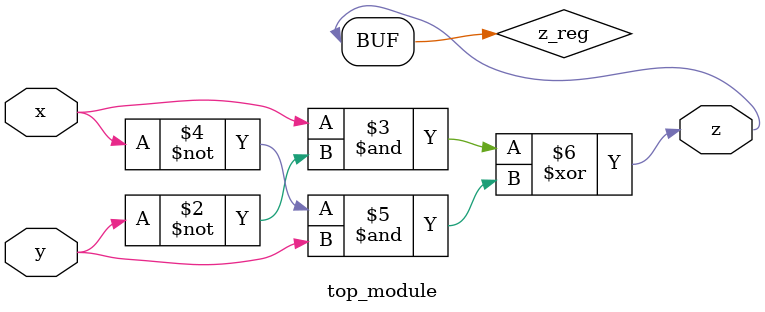
<source format=sv>
module top_module(
    input x,
    input y,
    output z
);

    reg z_reg; // register to store the value of z
    
    always @(x, y) begin
        z_reg = (x & ~y) ^ (~x & y); // XOR gate to calculate z
    end
    
    assign z = z_reg;

endmodule

</source>
